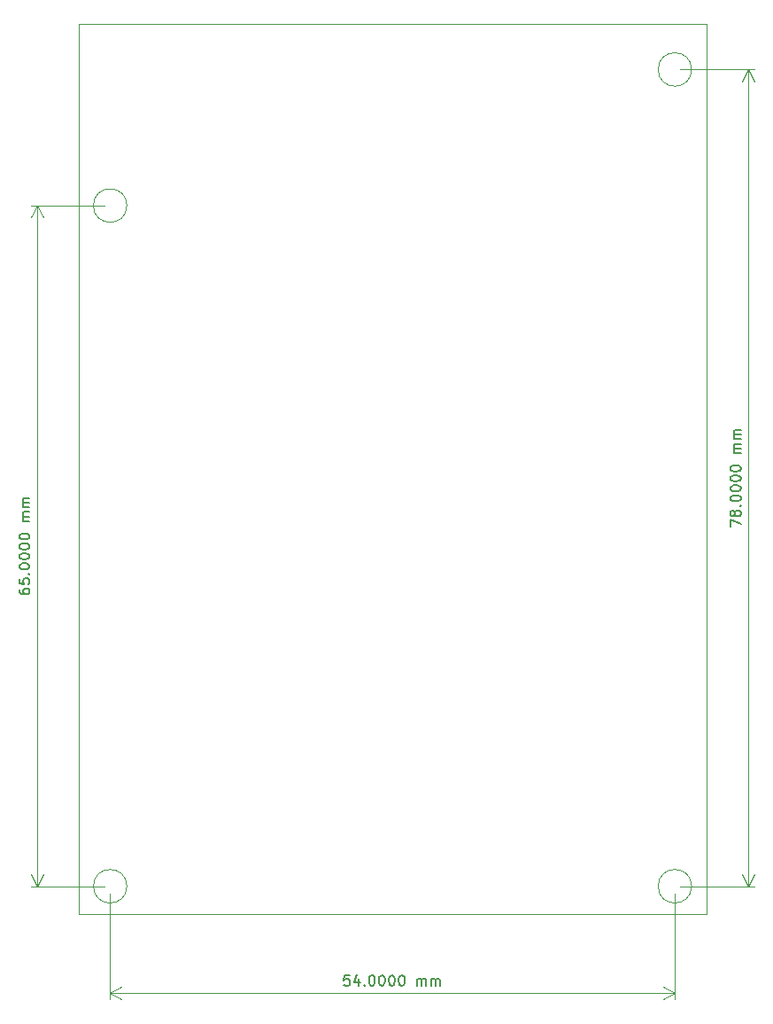
<source format=gm1>
%TF.GenerationSoftware,KiCad,Pcbnew,7.0.6*%
%TF.CreationDate,2024-03-18T20:13:49+01:00*%
%TF.ProjectId,startrckr_pcb,73746172-7472-4636-9b72-5f7063622e6b,rev?*%
%TF.SameCoordinates,Original*%
%TF.FileFunction,Profile,NP*%
%FSLAX46Y46*%
G04 Gerber Fmt 4.6, Leading zero omitted, Abs format (unit mm)*
G04 Created by KiCad (PCBNEW 7.0.6) date 2024-03-18 20:13:49*
%MOMM*%
%LPD*%
G01*
G04 APERTURE LIST*
%ADD10C,0.150000*%
%TA.AperFunction,Profile*%
%ADD11C,0.100000*%
%TD*%
G04 APERTURE END LIST*
D10*
X164304819Y-111452544D02*
X164304819Y-111643020D01*
X164304819Y-111643020D02*
X164352438Y-111738258D01*
X164352438Y-111738258D02*
X164400057Y-111785877D01*
X164400057Y-111785877D02*
X164542914Y-111881115D01*
X164542914Y-111881115D02*
X164733390Y-111928734D01*
X164733390Y-111928734D02*
X165114342Y-111928734D01*
X165114342Y-111928734D02*
X165209580Y-111881115D01*
X165209580Y-111881115D02*
X165257200Y-111833496D01*
X165257200Y-111833496D02*
X165304819Y-111738258D01*
X165304819Y-111738258D02*
X165304819Y-111547782D01*
X165304819Y-111547782D02*
X165257200Y-111452544D01*
X165257200Y-111452544D02*
X165209580Y-111404925D01*
X165209580Y-111404925D02*
X165114342Y-111357306D01*
X165114342Y-111357306D02*
X164876247Y-111357306D01*
X164876247Y-111357306D02*
X164781009Y-111404925D01*
X164781009Y-111404925D02*
X164733390Y-111452544D01*
X164733390Y-111452544D02*
X164685771Y-111547782D01*
X164685771Y-111547782D02*
X164685771Y-111738258D01*
X164685771Y-111738258D02*
X164733390Y-111833496D01*
X164733390Y-111833496D02*
X164781009Y-111881115D01*
X164781009Y-111881115D02*
X164876247Y-111928734D01*
X164304819Y-110452544D02*
X164304819Y-110928734D01*
X164304819Y-110928734D02*
X164781009Y-110976353D01*
X164781009Y-110976353D02*
X164733390Y-110928734D01*
X164733390Y-110928734D02*
X164685771Y-110833496D01*
X164685771Y-110833496D02*
X164685771Y-110595401D01*
X164685771Y-110595401D02*
X164733390Y-110500163D01*
X164733390Y-110500163D02*
X164781009Y-110452544D01*
X164781009Y-110452544D02*
X164876247Y-110404925D01*
X164876247Y-110404925D02*
X165114342Y-110404925D01*
X165114342Y-110404925D02*
X165209580Y-110452544D01*
X165209580Y-110452544D02*
X165257200Y-110500163D01*
X165257200Y-110500163D02*
X165304819Y-110595401D01*
X165304819Y-110595401D02*
X165304819Y-110833496D01*
X165304819Y-110833496D02*
X165257200Y-110928734D01*
X165257200Y-110928734D02*
X165209580Y-110976353D01*
X165209580Y-109976353D02*
X165257200Y-109928734D01*
X165257200Y-109928734D02*
X165304819Y-109976353D01*
X165304819Y-109976353D02*
X165257200Y-110023972D01*
X165257200Y-110023972D02*
X165209580Y-109976353D01*
X165209580Y-109976353D02*
X165304819Y-109976353D01*
X164304819Y-109309687D02*
X164304819Y-109214449D01*
X164304819Y-109214449D02*
X164352438Y-109119211D01*
X164352438Y-109119211D02*
X164400057Y-109071592D01*
X164400057Y-109071592D02*
X164495295Y-109023973D01*
X164495295Y-109023973D02*
X164685771Y-108976354D01*
X164685771Y-108976354D02*
X164923866Y-108976354D01*
X164923866Y-108976354D02*
X165114342Y-109023973D01*
X165114342Y-109023973D02*
X165209580Y-109071592D01*
X165209580Y-109071592D02*
X165257200Y-109119211D01*
X165257200Y-109119211D02*
X165304819Y-109214449D01*
X165304819Y-109214449D02*
X165304819Y-109309687D01*
X165304819Y-109309687D02*
X165257200Y-109404925D01*
X165257200Y-109404925D02*
X165209580Y-109452544D01*
X165209580Y-109452544D02*
X165114342Y-109500163D01*
X165114342Y-109500163D02*
X164923866Y-109547782D01*
X164923866Y-109547782D02*
X164685771Y-109547782D01*
X164685771Y-109547782D02*
X164495295Y-109500163D01*
X164495295Y-109500163D02*
X164400057Y-109452544D01*
X164400057Y-109452544D02*
X164352438Y-109404925D01*
X164352438Y-109404925D02*
X164304819Y-109309687D01*
X164304819Y-108357306D02*
X164304819Y-108262068D01*
X164304819Y-108262068D02*
X164352438Y-108166830D01*
X164352438Y-108166830D02*
X164400057Y-108119211D01*
X164400057Y-108119211D02*
X164495295Y-108071592D01*
X164495295Y-108071592D02*
X164685771Y-108023973D01*
X164685771Y-108023973D02*
X164923866Y-108023973D01*
X164923866Y-108023973D02*
X165114342Y-108071592D01*
X165114342Y-108071592D02*
X165209580Y-108119211D01*
X165209580Y-108119211D02*
X165257200Y-108166830D01*
X165257200Y-108166830D02*
X165304819Y-108262068D01*
X165304819Y-108262068D02*
X165304819Y-108357306D01*
X165304819Y-108357306D02*
X165257200Y-108452544D01*
X165257200Y-108452544D02*
X165209580Y-108500163D01*
X165209580Y-108500163D02*
X165114342Y-108547782D01*
X165114342Y-108547782D02*
X164923866Y-108595401D01*
X164923866Y-108595401D02*
X164685771Y-108595401D01*
X164685771Y-108595401D02*
X164495295Y-108547782D01*
X164495295Y-108547782D02*
X164400057Y-108500163D01*
X164400057Y-108500163D02*
X164352438Y-108452544D01*
X164352438Y-108452544D02*
X164304819Y-108357306D01*
X164304819Y-107404925D02*
X164304819Y-107309687D01*
X164304819Y-107309687D02*
X164352438Y-107214449D01*
X164352438Y-107214449D02*
X164400057Y-107166830D01*
X164400057Y-107166830D02*
X164495295Y-107119211D01*
X164495295Y-107119211D02*
X164685771Y-107071592D01*
X164685771Y-107071592D02*
X164923866Y-107071592D01*
X164923866Y-107071592D02*
X165114342Y-107119211D01*
X165114342Y-107119211D02*
X165209580Y-107166830D01*
X165209580Y-107166830D02*
X165257200Y-107214449D01*
X165257200Y-107214449D02*
X165304819Y-107309687D01*
X165304819Y-107309687D02*
X165304819Y-107404925D01*
X165304819Y-107404925D02*
X165257200Y-107500163D01*
X165257200Y-107500163D02*
X165209580Y-107547782D01*
X165209580Y-107547782D02*
X165114342Y-107595401D01*
X165114342Y-107595401D02*
X164923866Y-107643020D01*
X164923866Y-107643020D02*
X164685771Y-107643020D01*
X164685771Y-107643020D02*
X164495295Y-107595401D01*
X164495295Y-107595401D02*
X164400057Y-107547782D01*
X164400057Y-107547782D02*
X164352438Y-107500163D01*
X164352438Y-107500163D02*
X164304819Y-107404925D01*
X164304819Y-106452544D02*
X164304819Y-106357306D01*
X164304819Y-106357306D02*
X164352438Y-106262068D01*
X164352438Y-106262068D02*
X164400057Y-106214449D01*
X164400057Y-106214449D02*
X164495295Y-106166830D01*
X164495295Y-106166830D02*
X164685771Y-106119211D01*
X164685771Y-106119211D02*
X164923866Y-106119211D01*
X164923866Y-106119211D02*
X165114342Y-106166830D01*
X165114342Y-106166830D02*
X165209580Y-106214449D01*
X165209580Y-106214449D02*
X165257200Y-106262068D01*
X165257200Y-106262068D02*
X165304819Y-106357306D01*
X165304819Y-106357306D02*
X165304819Y-106452544D01*
X165304819Y-106452544D02*
X165257200Y-106547782D01*
X165257200Y-106547782D02*
X165209580Y-106595401D01*
X165209580Y-106595401D02*
X165114342Y-106643020D01*
X165114342Y-106643020D02*
X164923866Y-106690639D01*
X164923866Y-106690639D02*
X164685771Y-106690639D01*
X164685771Y-106690639D02*
X164495295Y-106643020D01*
X164495295Y-106643020D02*
X164400057Y-106595401D01*
X164400057Y-106595401D02*
X164352438Y-106547782D01*
X164352438Y-106547782D02*
X164304819Y-106452544D01*
X165304819Y-104928734D02*
X164638152Y-104928734D01*
X164733390Y-104928734D02*
X164685771Y-104881115D01*
X164685771Y-104881115D02*
X164638152Y-104785877D01*
X164638152Y-104785877D02*
X164638152Y-104643020D01*
X164638152Y-104643020D02*
X164685771Y-104547782D01*
X164685771Y-104547782D02*
X164781009Y-104500163D01*
X164781009Y-104500163D02*
X165304819Y-104500163D01*
X164781009Y-104500163D02*
X164685771Y-104452544D01*
X164685771Y-104452544D02*
X164638152Y-104357306D01*
X164638152Y-104357306D02*
X164638152Y-104214449D01*
X164638152Y-104214449D02*
X164685771Y-104119210D01*
X164685771Y-104119210D02*
X164781009Y-104071591D01*
X164781009Y-104071591D02*
X165304819Y-104071591D01*
X165304819Y-103595401D02*
X164638152Y-103595401D01*
X164733390Y-103595401D02*
X164685771Y-103547782D01*
X164685771Y-103547782D02*
X164638152Y-103452544D01*
X164638152Y-103452544D02*
X164638152Y-103309687D01*
X164638152Y-103309687D02*
X164685771Y-103214449D01*
X164685771Y-103214449D02*
X164781009Y-103166830D01*
X164781009Y-103166830D02*
X165304819Y-103166830D01*
X164781009Y-103166830D02*
X164685771Y-103119211D01*
X164685771Y-103119211D02*
X164638152Y-103023973D01*
X164638152Y-103023973D02*
X164638152Y-102881116D01*
X164638152Y-102881116D02*
X164685771Y-102785877D01*
X164685771Y-102785877D02*
X164781009Y-102738258D01*
X164781009Y-102738258D02*
X165304819Y-102738258D01*
D11*
X172500000Y-139809688D02*
X165413580Y-139809688D01*
X172500000Y-74809688D02*
X165413580Y-74809688D01*
X166000000Y-139809688D02*
X166000000Y-74809688D01*
X166000000Y-139809688D02*
X166000000Y-74809688D01*
X166000000Y-139809688D02*
X165413579Y-138683184D01*
X166000000Y-139809688D02*
X166586421Y-138683184D01*
X166000000Y-74809688D02*
X166586421Y-75936192D01*
X166000000Y-74809688D02*
X165413579Y-75936192D01*
D10*
X232304819Y-105476353D02*
X232304819Y-104809687D01*
X232304819Y-104809687D02*
X233304819Y-105238258D01*
X232733390Y-104285877D02*
X232685771Y-104381115D01*
X232685771Y-104381115D02*
X232638152Y-104428734D01*
X232638152Y-104428734D02*
X232542914Y-104476353D01*
X232542914Y-104476353D02*
X232495295Y-104476353D01*
X232495295Y-104476353D02*
X232400057Y-104428734D01*
X232400057Y-104428734D02*
X232352438Y-104381115D01*
X232352438Y-104381115D02*
X232304819Y-104285877D01*
X232304819Y-104285877D02*
X232304819Y-104095401D01*
X232304819Y-104095401D02*
X232352438Y-104000163D01*
X232352438Y-104000163D02*
X232400057Y-103952544D01*
X232400057Y-103952544D02*
X232495295Y-103904925D01*
X232495295Y-103904925D02*
X232542914Y-103904925D01*
X232542914Y-103904925D02*
X232638152Y-103952544D01*
X232638152Y-103952544D02*
X232685771Y-104000163D01*
X232685771Y-104000163D02*
X232733390Y-104095401D01*
X232733390Y-104095401D02*
X232733390Y-104285877D01*
X232733390Y-104285877D02*
X232781009Y-104381115D01*
X232781009Y-104381115D02*
X232828628Y-104428734D01*
X232828628Y-104428734D02*
X232923866Y-104476353D01*
X232923866Y-104476353D02*
X233114342Y-104476353D01*
X233114342Y-104476353D02*
X233209580Y-104428734D01*
X233209580Y-104428734D02*
X233257200Y-104381115D01*
X233257200Y-104381115D02*
X233304819Y-104285877D01*
X233304819Y-104285877D02*
X233304819Y-104095401D01*
X233304819Y-104095401D02*
X233257200Y-104000163D01*
X233257200Y-104000163D02*
X233209580Y-103952544D01*
X233209580Y-103952544D02*
X233114342Y-103904925D01*
X233114342Y-103904925D02*
X232923866Y-103904925D01*
X232923866Y-103904925D02*
X232828628Y-103952544D01*
X232828628Y-103952544D02*
X232781009Y-104000163D01*
X232781009Y-104000163D02*
X232733390Y-104095401D01*
X233209580Y-103476353D02*
X233257200Y-103428734D01*
X233257200Y-103428734D02*
X233304819Y-103476353D01*
X233304819Y-103476353D02*
X233257200Y-103523972D01*
X233257200Y-103523972D02*
X233209580Y-103476353D01*
X233209580Y-103476353D02*
X233304819Y-103476353D01*
X232304819Y-102809687D02*
X232304819Y-102714449D01*
X232304819Y-102714449D02*
X232352438Y-102619211D01*
X232352438Y-102619211D02*
X232400057Y-102571592D01*
X232400057Y-102571592D02*
X232495295Y-102523973D01*
X232495295Y-102523973D02*
X232685771Y-102476354D01*
X232685771Y-102476354D02*
X232923866Y-102476354D01*
X232923866Y-102476354D02*
X233114342Y-102523973D01*
X233114342Y-102523973D02*
X233209580Y-102571592D01*
X233209580Y-102571592D02*
X233257200Y-102619211D01*
X233257200Y-102619211D02*
X233304819Y-102714449D01*
X233304819Y-102714449D02*
X233304819Y-102809687D01*
X233304819Y-102809687D02*
X233257200Y-102904925D01*
X233257200Y-102904925D02*
X233209580Y-102952544D01*
X233209580Y-102952544D02*
X233114342Y-103000163D01*
X233114342Y-103000163D02*
X232923866Y-103047782D01*
X232923866Y-103047782D02*
X232685771Y-103047782D01*
X232685771Y-103047782D02*
X232495295Y-103000163D01*
X232495295Y-103000163D02*
X232400057Y-102952544D01*
X232400057Y-102952544D02*
X232352438Y-102904925D01*
X232352438Y-102904925D02*
X232304819Y-102809687D01*
X232304819Y-101857306D02*
X232304819Y-101762068D01*
X232304819Y-101762068D02*
X232352438Y-101666830D01*
X232352438Y-101666830D02*
X232400057Y-101619211D01*
X232400057Y-101619211D02*
X232495295Y-101571592D01*
X232495295Y-101571592D02*
X232685771Y-101523973D01*
X232685771Y-101523973D02*
X232923866Y-101523973D01*
X232923866Y-101523973D02*
X233114342Y-101571592D01*
X233114342Y-101571592D02*
X233209580Y-101619211D01*
X233209580Y-101619211D02*
X233257200Y-101666830D01*
X233257200Y-101666830D02*
X233304819Y-101762068D01*
X233304819Y-101762068D02*
X233304819Y-101857306D01*
X233304819Y-101857306D02*
X233257200Y-101952544D01*
X233257200Y-101952544D02*
X233209580Y-102000163D01*
X233209580Y-102000163D02*
X233114342Y-102047782D01*
X233114342Y-102047782D02*
X232923866Y-102095401D01*
X232923866Y-102095401D02*
X232685771Y-102095401D01*
X232685771Y-102095401D02*
X232495295Y-102047782D01*
X232495295Y-102047782D02*
X232400057Y-102000163D01*
X232400057Y-102000163D02*
X232352438Y-101952544D01*
X232352438Y-101952544D02*
X232304819Y-101857306D01*
X232304819Y-100904925D02*
X232304819Y-100809687D01*
X232304819Y-100809687D02*
X232352438Y-100714449D01*
X232352438Y-100714449D02*
X232400057Y-100666830D01*
X232400057Y-100666830D02*
X232495295Y-100619211D01*
X232495295Y-100619211D02*
X232685771Y-100571592D01*
X232685771Y-100571592D02*
X232923866Y-100571592D01*
X232923866Y-100571592D02*
X233114342Y-100619211D01*
X233114342Y-100619211D02*
X233209580Y-100666830D01*
X233209580Y-100666830D02*
X233257200Y-100714449D01*
X233257200Y-100714449D02*
X233304819Y-100809687D01*
X233304819Y-100809687D02*
X233304819Y-100904925D01*
X233304819Y-100904925D02*
X233257200Y-101000163D01*
X233257200Y-101000163D02*
X233209580Y-101047782D01*
X233209580Y-101047782D02*
X233114342Y-101095401D01*
X233114342Y-101095401D02*
X232923866Y-101143020D01*
X232923866Y-101143020D02*
X232685771Y-101143020D01*
X232685771Y-101143020D02*
X232495295Y-101095401D01*
X232495295Y-101095401D02*
X232400057Y-101047782D01*
X232400057Y-101047782D02*
X232352438Y-101000163D01*
X232352438Y-101000163D02*
X232304819Y-100904925D01*
X232304819Y-99952544D02*
X232304819Y-99857306D01*
X232304819Y-99857306D02*
X232352438Y-99762068D01*
X232352438Y-99762068D02*
X232400057Y-99714449D01*
X232400057Y-99714449D02*
X232495295Y-99666830D01*
X232495295Y-99666830D02*
X232685771Y-99619211D01*
X232685771Y-99619211D02*
X232923866Y-99619211D01*
X232923866Y-99619211D02*
X233114342Y-99666830D01*
X233114342Y-99666830D02*
X233209580Y-99714449D01*
X233209580Y-99714449D02*
X233257200Y-99762068D01*
X233257200Y-99762068D02*
X233304819Y-99857306D01*
X233304819Y-99857306D02*
X233304819Y-99952544D01*
X233304819Y-99952544D02*
X233257200Y-100047782D01*
X233257200Y-100047782D02*
X233209580Y-100095401D01*
X233209580Y-100095401D02*
X233114342Y-100143020D01*
X233114342Y-100143020D02*
X232923866Y-100190639D01*
X232923866Y-100190639D02*
X232685771Y-100190639D01*
X232685771Y-100190639D02*
X232495295Y-100143020D01*
X232495295Y-100143020D02*
X232400057Y-100095401D01*
X232400057Y-100095401D02*
X232352438Y-100047782D01*
X232352438Y-100047782D02*
X232304819Y-99952544D01*
X233304819Y-98428734D02*
X232638152Y-98428734D01*
X232733390Y-98428734D02*
X232685771Y-98381115D01*
X232685771Y-98381115D02*
X232638152Y-98285877D01*
X232638152Y-98285877D02*
X232638152Y-98143020D01*
X232638152Y-98143020D02*
X232685771Y-98047782D01*
X232685771Y-98047782D02*
X232781009Y-98000163D01*
X232781009Y-98000163D02*
X233304819Y-98000163D01*
X232781009Y-98000163D02*
X232685771Y-97952544D01*
X232685771Y-97952544D02*
X232638152Y-97857306D01*
X232638152Y-97857306D02*
X232638152Y-97714449D01*
X232638152Y-97714449D02*
X232685771Y-97619210D01*
X232685771Y-97619210D02*
X232781009Y-97571591D01*
X232781009Y-97571591D02*
X233304819Y-97571591D01*
X233304819Y-97095401D02*
X232638152Y-97095401D01*
X232733390Y-97095401D02*
X232685771Y-97047782D01*
X232685771Y-97047782D02*
X232638152Y-96952544D01*
X232638152Y-96952544D02*
X232638152Y-96809687D01*
X232638152Y-96809687D02*
X232685771Y-96714449D01*
X232685771Y-96714449D02*
X232781009Y-96666830D01*
X232781009Y-96666830D02*
X233304819Y-96666830D01*
X232781009Y-96666830D02*
X232685771Y-96619211D01*
X232685771Y-96619211D02*
X232638152Y-96523973D01*
X232638152Y-96523973D02*
X232638152Y-96381116D01*
X232638152Y-96381116D02*
X232685771Y-96285877D01*
X232685771Y-96285877D02*
X232781009Y-96238258D01*
X232781009Y-96238258D02*
X233304819Y-96238258D01*
D11*
X227500000Y-139809688D02*
X234586420Y-139809688D01*
X227500000Y-61809688D02*
X234586420Y-61809688D01*
X234000000Y-139809688D02*
X234000000Y-61809688D01*
X234000000Y-139809688D02*
X234000000Y-61809688D01*
X234000000Y-139809688D02*
X233413579Y-138683184D01*
X234000000Y-139809688D02*
X234586421Y-138683184D01*
X234000000Y-61809688D02*
X234586421Y-62936192D01*
X234000000Y-61809688D02*
X233413579Y-62936192D01*
D10*
X195881629Y-148304819D02*
X195405439Y-148304819D01*
X195405439Y-148304819D02*
X195357820Y-148781009D01*
X195357820Y-148781009D02*
X195405439Y-148733390D01*
X195405439Y-148733390D02*
X195500677Y-148685771D01*
X195500677Y-148685771D02*
X195738772Y-148685771D01*
X195738772Y-148685771D02*
X195834010Y-148733390D01*
X195834010Y-148733390D02*
X195881629Y-148781009D01*
X195881629Y-148781009D02*
X195929248Y-148876247D01*
X195929248Y-148876247D02*
X195929248Y-149114342D01*
X195929248Y-149114342D02*
X195881629Y-149209580D01*
X195881629Y-149209580D02*
X195834010Y-149257200D01*
X195834010Y-149257200D02*
X195738772Y-149304819D01*
X195738772Y-149304819D02*
X195500677Y-149304819D01*
X195500677Y-149304819D02*
X195405439Y-149257200D01*
X195405439Y-149257200D02*
X195357820Y-149209580D01*
X196786391Y-148638152D02*
X196786391Y-149304819D01*
X196548296Y-148257200D02*
X196310201Y-148971485D01*
X196310201Y-148971485D02*
X196929248Y-148971485D01*
X197310201Y-149209580D02*
X197357820Y-149257200D01*
X197357820Y-149257200D02*
X197310201Y-149304819D01*
X197310201Y-149304819D02*
X197262582Y-149257200D01*
X197262582Y-149257200D02*
X197310201Y-149209580D01*
X197310201Y-149209580D02*
X197310201Y-149304819D01*
X197976867Y-148304819D02*
X198072105Y-148304819D01*
X198072105Y-148304819D02*
X198167343Y-148352438D01*
X198167343Y-148352438D02*
X198214962Y-148400057D01*
X198214962Y-148400057D02*
X198262581Y-148495295D01*
X198262581Y-148495295D02*
X198310200Y-148685771D01*
X198310200Y-148685771D02*
X198310200Y-148923866D01*
X198310200Y-148923866D02*
X198262581Y-149114342D01*
X198262581Y-149114342D02*
X198214962Y-149209580D01*
X198214962Y-149209580D02*
X198167343Y-149257200D01*
X198167343Y-149257200D02*
X198072105Y-149304819D01*
X198072105Y-149304819D02*
X197976867Y-149304819D01*
X197976867Y-149304819D02*
X197881629Y-149257200D01*
X197881629Y-149257200D02*
X197834010Y-149209580D01*
X197834010Y-149209580D02*
X197786391Y-149114342D01*
X197786391Y-149114342D02*
X197738772Y-148923866D01*
X197738772Y-148923866D02*
X197738772Y-148685771D01*
X197738772Y-148685771D02*
X197786391Y-148495295D01*
X197786391Y-148495295D02*
X197834010Y-148400057D01*
X197834010Y-148400057D02*
X197881629Y-148352438D01*
X197881629Y-148352438D02*
X197976867Y-148304819D01*
X198929248Y-148304819D02*
X199024486Y-148304819D01*
X199024486Y-148304819D02*
X199119724Y-148352438D01*
X199119724Y-148352438D02*
X199167343Y-148400057D01*
X199167343Y-148400057D02*
X199214962Y-148495295D01*
X199214962Y-148495295D02*
X199262581Y-148685771D01*
X199262581Y-148685771D02*
X199262581Y-148923866D01*
X199262581Y-148923866D02*
X199214962Y-149114342D01*
X199214962Y-149114342D02*
X199167343Y-149209580D01*
X199167343Y-149209580D02*
X199119724Y-149257200D01*
X199119724Y-149257200D02*
X199024486Y-149304819D01*
X199024486Y-149304819D02*
X198929248Y-149304819D01*
X198929248Y-149304819D02*
X198834010Y-149257200D01*
X198834010Y-149257200D02*
X198786391Y-149209580D01*
X198786391Y-149209580D02*
X198738772Y-149114342D01*
X198738772Y-149114342D02*
X198691153Y-148923866D01*
X198691153Y-148923866D02*
X198691153Y-148685771D01*
X198691153Y-148685771D02*
X198738772Y-148495295D01*
X198738772Y-148495295D02*
X198786391Y-148400057D01*
X198786391Y-148400057D02*
X198834010Y-148352438D01*
X198834010Y-148352438D02*
X198929248Y-148304819D01*
X199881629Y-148304819D02*
X199976867Y-148304819D01*
X199976867Y-148304819D02*
X200072105Y-148352438D01*
X200072105Y-148352438D02*
X200119724Y-148400057D01*
X200119724Y-148400057D02*
X200167343Y-148495295D01*
X200167343Y-148495295D02*
X200214962Y-148685771D01*
X200214962Y-148685771D02*
X200214962Y-148923866D01*
X200214962Y-148923866D02*
X200167343Y-149114342D01*
X200167343Y-149114342D02*
X200119724Y-149209580D01*
X200119724Y-149209580D02*
X200072105Y-149257200D01*
X200072105Y-149257200D02*
X199976867Y-149304819D01*
X199976867Y-149304819D02*
X199881629Y-149304819D01*
X199881629Y-149304819D02*
X199786391Y-149257200D01*
X199786391Y-149257200D02*
X199738772Y-149209580D01*
X199738772Y-149209580D02*
X199691153Y-149114342D01*
X199691153Y-149114342D02*
X199643534Y-148923866D01*
X199643534Y-148923866D02*
X199643534Y-148685771D01*
X199643534Y-148685771D02*
X199691153Y-148495295D01*
X199691153Y-148495295D02*
X199738772Y-148400057D01*
X199738772Y-148400057D02*
X199786391Y-148352438D01*
X199786391Y-148352438D02*
X199881629Y-148304819D01*
X200834010Y-148304819D02*
X200929248Y-148304819D01*
X200929248Y-148304819D02*
X201024486Y-148352438D01*
X201024486Y-148352438D02*
X201072105Y-148400057D01*
X201072105Y-148400057D02*
X201119724Y-148495295D01*
X201119724Y-148495295D02*
X201167343Y-148685771D01*
X201167343Y-148685771D02*
X201167343Y-148923866D01*
X201167343Y-148923866D02*
X201119724Y-149114342D01*
X201119724Y-149114342D02*
X201072105Y-149209580D01*
X201072105Y-149209580D02*
X201024486Y-149257200D01*
X201024486Y-149257200D02*
X200929248Y-149304819D01*
X200929248Y-149304819D02*
X200834010Y-149304819D01*
X200834010Y-149304819D02*
X200738772Y-149257200D01*
X200738772Y-149257200D02*
X200691153Y-149209580D01*
X200691153Y-149209580D02*
X200643534Y-149114342D01*
X200643534Y-149114342D02*
X200595915Y-148923866D01*
X200595915Y-148923866D02*
X200595915Y-148685771D01*
X200595915Y-148685771D02*
X200643534Y-148495295D01*
X200643534Y-148495295D02*
X200691153Y-148400057D01*
X200691153Y-148400057D02*
X200738772Y-148352438D01*
X200738772Y-148352438D02*
X200834010Y-148304819D01*
X202357820Y-149304819D02*
X202357820Y-148638152D01*
X202357820Y-148733390D02*
X202405439Y-148685771D01*
X202405439Y-148685771D02*
X202500677Y-148638152D01*
X202500677Y-148638152D02*
X202643534Y-148638152D01*
X202643534Y-148638152D02*
X202738772Y-148685771D01*
X202738772Y-148685771D02*
X202786391Y-148781009D01*
X202786391Y-148781009D02*
X202786391Y-149304819D01*
X202786391Y-148781009D02*
X202834010Y-148685771D01*
X202834010Y-148685771D02*
X202929248Y-148638152D01*
X202929248Y-148638152D02*
X203072105Y-148638152D01*
X203072105Y-148638152D02*
X203167344Y-148685771D01*
X203167344Y-148685771D02*
X203214963Y-148781009D01*
X203214963Y-148781009D02*
X203214963Y-149304819D01*
X203691153Y-149304819D02*
X203691153Y-148638152D01*
X203691153Y-148733390D02*
X203738772Y-148685771D01*
X203738772Y-148685771D02*
X203834010Y-148638152D01*
X203834010Y-148638152D02*
X203976867Y-148638152D01*
X203976867Y-148638152D02*
X204072105Y-148685771D01*
X204072105Y-148685771D02*
X204119724Y-148781009D01*
X204119724Y-148781009D02*
X204119724Y-149304819D01*
X204119724Y-148781009D02*
X204167343Y-148685771D01*
X204167343Y-148685771D02*
X204262581Y-148638152D01*
X204262581Y-148638152D02*
X204405438Y-148638152D01*
X204405438Y-148638152D02*
X204500677Y-148685771D01*
X204500677Y-148685771D02*
X204548296Y-148781009D01*
X204548296Y-148781009D02*
X204548296Y-149304819D01*
D11*
X172976867Y-140500000D02*
X172976867Y-150586420D01*
X226976867Y-140500000D02*
X226976867Y-150586420D01*
X172976867Y-150000000D02*
X226976867Y-150000000D01*
X172976867Y-150000000D02*
X226976867Y-150000000D01*
X172976867Y-150000000D02*
X174103371Y-149413579D01*
X172976867Y-150000000D02*
X174103371Y-150586421D01*
X226976867Y-150000000D02*
X225850363Y-150586421D01*
X226976867Y-150000000D02*
X225850363Y-149413579D01*
X170000000Y-57500000D02*
X230000000Y-57500000D01*
X230000000Y-142500000D01*
X170000000Y-142500000D01*
X170000000Y-57500000D01*
X174600000Y-139809688D02*
G75*
G03*
X174600000Y-139809688I-1600000J0D01*
G01*
X174600000Y-74809688D02*
G75*
G03*
X174600000Y-74809688I-1600000J0D01*
G01*
X228600000Y-61809688D02*
G75*
G03*
X228600000Y-61809688I-1600000J0D01*
G01*
X228600000Y-139809688D02*
G75*
G03*
X228600000Y-139809688I-1600000J0D01*
G01*
M02*

</source>
